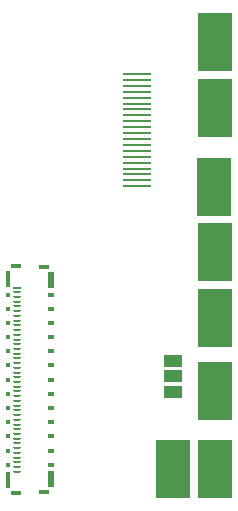
<source format=gtp>
G04*
G04 #@! TF.GenerationSoftware,Altium Limited,Altium Designer,18.0.12 (696)*
G04*
G04 Layer_Color=8421504*
%FSLAX25Y25*%
%MOIN*%
G70*
G01*
G75*
%ADD13R,0.09449X0.01102*%
G04:AMPARAMS|DCode=14|XSize=7.87mil|YSize=25.2mil|CornerRadius=1.97mil|HoleSize=0mil|Usage=FLASHONLY|Rotation=270.000|XOffset=0mil|YOffset=0mil|HoleType=Round|Shape=RoundedRectangle|*
%AMROUNDEDRECTD14*
21,1,0.00787,0.02126,0,0,270.0*
21,1,0.00394,0.02520,0,0,270.0*
1,1,0.00394,-0.01063,-0.00197*
1,1,0.00394,-0.01063,0.00197*
1,1,0.00394,0.01063,0.00197*
1,1,0.00394,0.01063,-0.00197*
%
%ADD14ROUNDEDRECTD14*%
%ADD15R,0.03543X0.01575*%
%ADD16R,0.03189X0.01181*%
%ADD17R,0.02008X0.05512*%
%ADD18R,0.01417X0.05748*%
%ADD19R,0.02008X0.01772*%
%ADD20R,0.01417X0.01772*%
%ADD21R,0.02520X0.00787*%
%ADD22R,0.05906X0.03937*%
%ADD23R,0.11811X0.19685*%
D13*
X155260Y217748D02*
D03*
Y215779D02*
D03*
Y213811D02*
D03*
Y209874D02*
D03*
Y205937D02*
D03*
Y203969D02*
D03*
Y200031D02*
D03*
Y196095D02*
D03*
Y194126D02*
D03*
Y192157D02*
D03*
Y188221D02*
D03*
Y182315D02*
D03*
Y202000D02*
D03*
Y198063D02*
D03*
Y190189D02*
D03*
Y186252D02*
D03*
Y184283D02*
D03*
Y180347D02*
D03*
Y211842D02*
D03*
Y207906D02*
D03*
D14*
X115024Y122965D02*
D03*
Y124539D02*
D03*
Y132413D02*
D03*
Y133988D02*
D03*
Y85169D02*
D03*
Y86744D02*
D03*
Y88319D02*
D03*
Y89894D02*
D03*
Y91469D02*
D03*
Y93043D02*
D03*
Y94618D02*
D03*
Y96193D02*
D03*
Y97768D02*
D03*
Y99343D02*
D03*
Y100917D02*
D03*
Y102492D02*
D03*
Y104067D02*
D03*
Y105642D02*
D03*
Y107217D02*
D03*
Y108791D02*
D03*
Y110366D02*
D03*
Y111941D02*
D03*
Y113516D02*
D03*
Y115091D02*
D03*
Y116665D02*
D03*
Y118240D02*
D03*
Y119815D02*
D03*
Y121390D02*
D03*
Y126114D02*
D03*
Y127689D02*
D03*
Y129264D02*
D03*
Y130839D02*
D03*
Y135563D02*
D03*
Y137138D02*
D03*
Y138713D02*
D03*
Y140287D02*
D03*
Y141862D02*
D03*
Y143437D02*
D03*
Y145012D02*
D03*
D15*
X124000Y153417D02*
D03*
Y78339D02*
D03*
D16*
X114728Y153614D02*
D03*
Y78142D02*
D03*
D17*
X126500Y82650D02*
D03*
Y149106D02*
D03*
D18*
X112071Y149362D02*
D03*
Y82394D02*
D03*
D19*
X126500Y139500D02*
D03*
Y144224D02*
D03*
Y125327D02*
D03*
Y130051D02*
D03*
Y134776D02*
D03*
Y106429D02*
D03*
Y111153D02*
D03*
Y120602D02*
D03*
Y115878D02*
D03*
Y96980D02*
D03*
Y101705D02*
D03*
Y92256D02*
D03*
Y87532D02*
D03*
D20*
X112071Y92256D02*
D03*
Y87532D02*
D03*
Y106429D02*
D03*
Y111153D02*
D03*
Y101705D02*
D03*
Y96980D02*
D03*
Y125327D02*
D03*
Y120602D02*
D03*
Y115878D02*
D03*
Y134776D02*
D03*
Y130051D02*
D03*
Y139500D02*
D03*
Y144224D02*
D03*
D21*
X115024Y146587D02*
D03*
D22*
X167000Y116941D02*
D03*
Y122059D02*
D03*
Y111823D02*
D03*
D23*
X181000Y228500D02*
D03*
X167000Y86000D02*
D03*
X181000D02*
D03*
Y112000D02*
D03*
X180800Y180200D02*
D03*
X181000Y158500D02*
D03*
Y136500D02*
D03*
Y206500D02*
D03*
M02*

</source>
